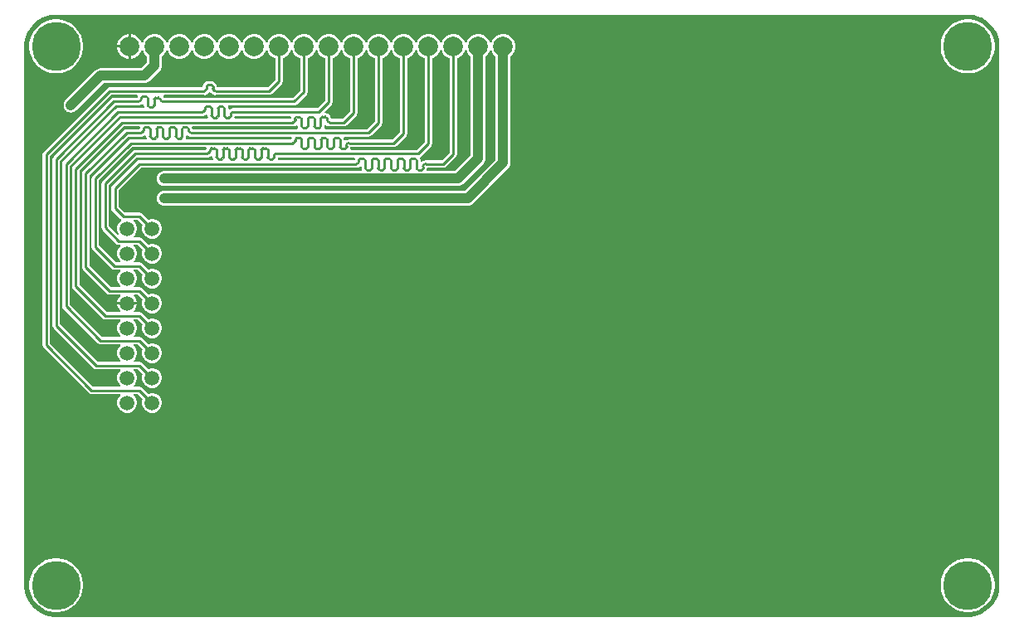
<source format=gbr>
%TF.GenerationSoftware,Altium Limited,Altium Designer,26.3.0 (6)*%
G04 Layer_Physical_Order=1*
G04 Layer_Color=10066410*
%FSLAX45Y45*%
%MOMM*%
%TF.SameCoordinates,B802E6D7-E220-4502-B456-AB3D52F6952B*%
%TF.FilePolarity,Positive*%
%TF.FileFunction,Copper,L1,Top,Signal*%
%TF.Part,Single*%
G01*
G75*
%TA.AperFunction,Conductor*%
%ADD10C,0.25400*%
%ADD11C,1.00000*%
%TA.AperFunction,ComponentPad*%
%ADD12C,1.50000*%
%ADD13C,2.00000*%
%ADD14C,5.00000*%
%TA.AperFunction,ViaPad*%
%ADD15C,1.00000*%
G36*
X4713443Y3068959D02*
X4754535Y3057949D01*
X4793836Y3041670D01*
X4830676Y3020401D01*
X4864424Y2994504D01*
X4894503Y2964425D01*
X4920400Y2930676D01*
X4941670Y2893836D01*
X4957949Y2854535D01*
X4968959Y2813443D01*
X4974512Y2771270D01*
Y2750000D01*
Y-2750000D01*
Y-2771270D01*
X4968959Y-2813443D01*
X4957949Y-2854535D01*
X4941669Y-2893837D01*
X4920400Y-2930676D01*
X4894504Y-2964424D01*
X4864425Y-2994504D01*
X4830675Y-3020401D01*
X4793836Y-3041670D01*
X4754535Y-3057949D01*
X4713443Y-3068959D01*
X4671270Y-3074512D01*
X-4671269D01*
X-4713443Y-3068959D01*
X-4754535Y-3057949D01*
X-4793837Y-3041670D01*
X-4830676Y-3020401D01*
X-4864424Y-2994504D01*
X-4894504Y-2964425D01*
X-4920401Y-2930676D01*
X-4941670Y-2893836D01*
X-4957949Y-2854535D01*
X-4968959Y-2813443D01*
X-4974512Y-2771271D01*
Y-2750000D01*
Y2750000D01*
Y2771269D01*
X-4968959Y2813443D01*
X-4957949Y2854535D01*
X-4941670Y2893837D01*
X-4920401Y2930676D01*
X-4894504Y2964424D01*
X-4864425Y2994504D01*
X-4830676Y3020401D01*
X-4793836Y3041670D01*
X-4754535Y3057949D01*
X-4713443Y3068959D01*
X-4671270Y3074512D01*
X4671270D01*
X4713443Y3068959D01*
D02*
G37*
%LPC*%
G36*
X-3912700Y2875400D02*
X-3916509D01*
X-3948402Y2866854D01*
X-3976997Y2850345D01*
X-4000345Y2826997D01*
X-4016854Y2798403D01*
X-4025400Y2766509D01*
Y2762700D01*
X-3912700D01*
Y2875400D01*
D02*
G37*
G36*
Y2737300D02*
X-4025400D01*
Y2733491D01*
X-4016854Y2701598D01*
X-4000345Y2673003D01*
X-3976997Y2649655D01*
X-3948402Y2633146D01*
X-3916509Y2624600D01*
X-3912700D01*
Y2737300D01*
D02*
G37*
G36*
X4671643Y3025000D02*
X4628357D01*
X4585604Y3018229D01*
X4544436Y3004853D01*
X4505868Y2985201D01*
X4470849Y2959758D01*
X4440242Y2929151D01*
X4414799Y2894132D01*
X4395147Y2855564D01*
X4381771Y2814396D01*
X4375000Y2771643D01*
Y2728357D01*
X4381771Y2685604D01*
X4395147Y2644437D01*
X4414799Y2605869D01*
X4440242Y2570850D01*
X4470849Y2540242D01*
X4505868Y2514799D01*
X4544436Y2495148D01*
X4585604Y2481772D01*
X4628357Y2475000D01*
X4671643D01*
X4714396Y2481772D01*
X4755563Y2495148D01*
X4794131Y2514799D01*
X4829150Y2540242D01*
X4859758Y2570850D01*
X4885201Y2605869D01*
X4904852Y2644437D01*
X4918228Y2685604D01*
X4925000Y2728357D01*
Y2771643D01*
X4918228Y2814396D01*
X4904852Y2855564D01*
X4885201Y2894132D01*
X4859758Y2929151D01*
X4829150Y2959758D01*
X4794131Y2985201D01*
X4755563Y3004853D01*
X4714396Y3018229D01*
X4671643Y3025000D01*
D02*
G37*
G36*
X-4628357D02*
X-4671643D01*
X-4714396Y3018229D01*
X-4755563Y3004853D01*
X-4794131Y2985201D01*
X-4829150Y2959758D01*
X-4859758Y2929151D01*
X-4885201Y2894132D01*
X-4904852Y2855564D01*
X-4918228Y2814396D01*
X-4925000Y2771643D01*
Y2728357D01*
X-4918228Y2685604D01*
X-4904852Y2644437D01*
X-4885201Y2605869D01*
X-4859758Y2570850D01*
X-4829150Y2540242D01*
X-4794131Y2514799D01*
X-4755563Y2495148D01*
X-4714396Y2481772D01*
X-4671643Y2475000D01*
X-4628357D01*
X-4585604Y2481772D01*
X-4544436Y2495148D01*
X-4505868Y2514799D01*
X-4470849Y2540242D01*
X-4440242Y2570850D01*
X-4414799Y2605869D01*
X-4395147Y2644437D01*
X-4381771Y2685604D01*
X-4375000Y2728357D01*
Y2771643D01*
X-4381771Y2814396D01*
X-4395147Y2855564D01*
X-4414799Y2894132D01*
X-4440242Y2929151D01*
X-4470849Y2959758D01*
X-4505868Y2985201D01*
X-4544436Y3004853D01*
X-4585604Y3018229D01*
X-4628357Y3025000D01*
D02*
G37*
G36*
X-3883491Y2875400D02*
X-3887300D01*
Y2750000D01*
Y2624600D01*
X-3883491D01*
X-3851597Y2633146D01*
X-3823003Y2649655D01*
X-3799655Y2673003D01*
X-3783146Y2701598D01*
X-3779367Y2715700D01*
X-3766219D01*
X-3762481Y2701752D01*
X-3746025Y2673248D01*
X-3722752Y2649975D01*
X-3721647Y2649337D01*
Y2585334D01*
X-3781334Y2525647D01*
X-4200000D01*
X-4219579Y2523069D01*
X-4237824Y2515512D01*
X-4253491Y2503491D01*
X-4253491Y2503490D01*
X-4553491Y2203491D01*
X-4556509Y2199556D01*
X-4560015Y2196051D01*
X-4562494Y2191757D01*
X-4565512Y2187824D01*
X-4567409Y2183244D01*
X-4569889Y2178949D01*
X-4571172Y2174159D01*
X-4573069Y2169579D01*
X-4573717Y2164663D01*
X-4575000Y2159874D01*
Y2154916D01*
X-4575647Y2150000D01*
X-4575000Y2145084D01*
Y2140126D01*
X-4573717Y2135337D01*
X-4573069Y2130421D01*
X-4571172Y2125841D01*
X-4569889Y2121051D01*
X-4567409Y2116756D01*
X-4565512Y2112176D01*
X-4562494Y2108243D01*
X-4560015Y2103949D01*
X-4556509Y2100444D01*
X-4553491Y2096509D01*
X-4549556Y2093491D01*
X-4546051Y2089985D01*
X-4541757Y2087506D01*
X-4537824Y2084488D01*
X-4533243Y2082591D01*
X-4528949Y2080111D01*
X-4524159Y2078828D01*
X-4519579Y2076931D01*
X-4514663Y2076283D01*
X-4509874Y2075000D01*
X-4504916D01*
X-4500000Y2074353D01*
X-4495084Y2075000D01*
X-4490126D01*
X-4485336Y2076283D01*
X-4480421Y2076931D01*
X-4475841Y2078828D01*
X-4471051Y2080111D01*
X-4466756Y2082591D01*
X-4462176Y2084488D01*
X-4458243Y2087506D01*
X-4453949Y2089985D01*
X-4450443Y2093491D01*
X-4446509Y2096509D01*
X-4168666Y2374353D01*
X-3750000D01*
X-3730421Y2376930D01*
X-3712176Y2384488D01*
X-3696509Y2396509D01*
X-3592510Y2500509D01*
X-3592509Y2500510D01*
X-3580488Y2516177D01*
X-3572930Y2534421D01*
X-3570353Y2554000D01*
X-3570353Y2554002D01*
Y2649337D01*
X-3569248Y2649975D01*
X-3545975Y2673248D01*
X-3529518Y2701752D01*
X-3525574Y2716473D01*
X-3512426D01*
X-3508481Y2701752D01*
X-3492025Y2673248D01*
X-3468752Y2649975D01*
X-3440248Y2633518D01*
X-3408456Y2625000D01*
X-3375543D01*
X-3343752Y2633518D01*
X-3315248Y2649975D01*
X-3291975Y2673248D01*
X-3275518Y2701752D01*
X-3271574Y2716472D01*
X-3258426D01*
X-3254481Y2701752D01*
X-3238025Y2673248D01*
X-3214752Y2649975D01*
X-3186248Y2633518D01*
X-3154456Y2625000D01*
X-3121543D01*
X-3089752Y2633518D01*
X-3061248Y2649975D01*
X-3037975Y2673248D01*
X-3021518Y2701752D01*
X-3017574Y2716472D01*
X-3004426D01*
X-3000481Y2701752D01*
X-2984025Y2673248D01*
X-2960752Y2649975D01*
X-2932248Y2633518D01*
X-2900456Y2625000D01*
X-2867543D01*
X-2835752Y2633518D01*
X-2807248Y2649975D01*
X-2783975Y2673248D01*
X-2767518Y2701752D01*
X-2763574Y2716473D01*
X-2750426D01*
X-2746481Y2701752D01*
X-2730025Y2673248D01*
X-2706752Y2649975D01*
X-2678248Y2633518D01*
X-2646456Y2625000D01*
X-2613543D01*
X-2581752Y2633518D01*
X-2553248Y2649975D01*
X-2529975Y2673248D01*
X-2513518Y2701752D01*
X-2509574Y2716473D01*
X-2496426D01*
X-2492481Y2701752D01*
X-2476025Y2673248D01*
X-2452752Y2649975D01*
X-2424248Y2633518D01*
X-2414438Y2630890D01*
Y2408384D01*
X-2491922Y2330901D01*
X-3007282D01*
X-3012191Y2341568D01*
X-3012191D01*
X-3016386Y2362657D01*
X-3028332Y2380535D01*
X-3046211Y2392481D01*
X-3067300Y2396676D01*
Y2396356D01*
X-3100000D01*
Y2396676D01*
X-3121089Y2392481D01*
X-3138968Y2380535D01*
X-3150914Y2362657D01*
X-3155109Y2341568D01*
X-3155109D01*
X-3160018Y2330901D01*
X-4107538D01*
X-4122248Y2327975D01*
X-4134718Y2319642D01*
X-4134719Y2319642D01*
X-4777180Y1677181D01*
X-4785512Y1664710D01*
X-4788439Y1650000D01*
X-4788438Y1649999D01*
Y-299999D01*
X-4788439Y-300000D01*
X-4785512Y-314710D01*
X-4777180Y-327180D01*
X-4315181Y-789180D01*
X-4315180Y-789180D01*
X-4302710Y-797513D01*
X-4288000Y-800439D01*
X-3997820D01*
X-3992559Y-813139D01*
X-4007020Y-827599D01*
X-4020185Y-850402D01*
X-4027000Y-875835D01*
Y-902165D01*
X-4020185Y-927598D01*
X-4007020Y-950401D01*
X-3988401Y-969020D01*
X-3965598Y-982185D01*
X-3940165Y-989000D01*
X-3913835D01*
X-3888402Y-982185D01*
X-3865599Y-969020D01*
X-3846980Y-950401D01*
X-3833815Y-927598D01*
X-3827000Y-902165D01*
Y-875835D01*
X-3833815Y-850402D01*
X-3846980Y-827599D01*
X-3861441Y-813139D01*
X-3856180Y-800439D01*
X-3815922D01*
X-3766102Y-850258D01*
X-3766185Y-850402D01*
X-3773000Y-875835D01*
Y-902165D01*
X-3766185Y-927598D01*
X-3753020Y-950401D01*
X-3734401Y-969020D01*
X-3711598Y-982185D01*
X-3686165Y-989000D01*
X-3659835D01*
X-3634402Y-982185D01*
X-3611599Y-969020D01*
X-3592980Y-950401D01*
X-3579815Y-927598D01*
X-3573000Y-902165D01*
Y-875835D01*
X-3579815Y-850402D01*
X-3592980Y-827599D01*
X-3611599Y-808980D01*
X-3634402Y-795815D01*
X-3659835Y-789000D01*
X-3686165D01*
X-3711598Y-795815D01*
X-3711742Y-795898D01*
X-3772820Y-734820D01*
X-3785290Y-726487D01*
X-3800000Y-723561D01*
X-3800001Y-723561D01*
X-3856180D01*
X-3861441Y-710861D01*
X-3846980Y-696401D01*
X-3833815Y-673598D01*
X-3827000Y-648165D01*
Y-621835D01*
X-3833815Y-596402D01*
X-3846980Y-573599D01*
X-3861441Y-559139D01*
X-3856180Y-546439D01*
X-3815922D01*
X-3766102Y-596258D01*
X-3766185Y-596402D01*
X-3773000Y-621835D01*
Y-648165D01*
X-3766185Y-673598D01*
X-3753020Y-696401D01*
X-3734401Y-715020D01*
X-3711598Y-728185D01*
X-3686165Y-735000D01*
X-3659835D01*
X-3634402Y-728185D01*
X-3611599Y-715020D01*
X-3592980Y-696401D01*
X-3579815Y-673598D01*
X-3573000Y-648165D01*
Y-621835D01*
X-3579815Y-596402D01*
X-3592980Y-573599D01*
X-3611599Y-554980D01*
X-3634402Y-541815D01*
X-3659835Y-535000D01*
X-3686165D01*
X-3711598Y-541815D01*
X-3711742Y-541898D01*
X-3772820Y-480820D01*
X-3785290Y-472487D01*
X-3800000Y-469561D01*
X-3800001Y-469561D01*
X-3856180D01*
X-3861441Y-456861D01*
X-3846980Y-442401D01*
X-3833815Y-419598D01*
X-3827000Y-394165D01*
Y-367835D01*
X-3833815Y-342402D01*
X-3846980Y-319599D01*
X-3861441Y-305139D01*
X-3856180Y-292439D01*
X-3815922D01*
X-3766102Y-342258D01*
X-3766185Y-342402D01*
X-3773000Y-367835D01*
Y-394165D01*
X-3766185Y-419598D01*
X-3753020Y-442401D01*
X-3734401Y-461020D01*
X-3711598Y-474185D01*
X-3686165Y-481000D01*
X-3659835D01*
X-3634402Y-474185D01*
X-3611599Y-461020D01*
X-3592980Y-442401D01*
X-3579815Y-419598D01*
X-3573000Y-394165D01*
Y-367835D01*
X-3579815Y-342402D01*
X-3592980Y-319599D01*
X-3611599Y-300980D01*
X-3634402Y-287815D01*
X-3659835Y-281000D01*
X-3686165D01*
X-3711598Y-287815D01*
X-3711742Y-287898D01*
X-3772820Y-226820D01*
X-3785290Y-218487D01*
X-3800000Y-215561D01*
X-3800001Y-215561D01*
X-3856180D01*
X-3861441Y-202861D01*
X-3846980Y-188401D01*
X-3833815Y-165598D01*
X-3827000Y-140165D01*
Y-113835D01*
X-3833815Y-88402D01*
X-3846980Y-65599D01*
X-3861441Y-51139D01*
X-3856180Y-38439D01*
X-3815922D01*
X-3766102Y-88258D01*
X-3766185Y-88402D01*
X-3773000Y-113835D01*
Y-140165D01*
X-3766185Y-165598D01*
X-3753020Y-188401D01*
X-3734401Y-207020D01*
X-3711598Y-220185D01*
X-3686165Y-227000D01*
X-3659835D01*
X-3634402Y-220185D01*
X-3611599Y-207020D01*
X-3592980Y-188401D01*
X-3579815Y-165598D01*
X-3573000Y-140165D01*
Y-113835D01*
X-3579815Y-88402D01*
X-3592980Y-65599D01*
X-3611599Y-46980D01*
X-3634402Y-33815D01*
X-3659835Y-27000D01*
X-3686165D01*
X-3711598Y-33815D01*
X-3711742Y-33898D01*
X-3772820Y27180D01*
X-3785290Y35513D01*
X-3800000Y38439D01*
X-3800001Y38439D01*
X-3855614D01*
X-3860874Y51139D01*
X-3846660Y65353D01*
X-3833442Y88247D01*
X-3826600Y113782D01*
Y114301D01*
X-3927000D01*
X-4027400D01*
Y113782D01*
X-4020558Y88247D01*
X-4007340Y65353D01*
X-3993126Y51139D01*
X-3998386Y38439D01*
X-4134078D01*
X-4411561Y315922D01*
Y1484078D01*
X-3959815Y1935825D01*
X-3801649D01*
X-3793453Y1923125D01*
X-3796558Y1907514D01*
X-3808895Y1906637D01*
X-3931801D01*
X-3931802Y1906637D01*
X-3946512Y1903710D01*
X-3958982Y1895378D01*
X-4377180Y1477180D01*
X-4385512Y1464710D01*
X-4388439Y1450000D01*
X-4388439Y1449999D01*
Y500002D01*
X-4388439Y500000D01*
X-4385512Y485290D01*
X-4377180Y472820D01*
X-4131180Y226820D01*
X-4118710Y218487D01*
X-4104000Y215561D01*
X-4103998Y215561D01*
X-3998386D01*
X-3993126Y202861D01*
X-4007340Y188647D01*
X-4020558Y165753D01*
X-4027400Y140218D01*
Y139701D01*
X-3927000D01*
X-3826600D01*
Y140218D01*
X-3833442Y165753D01*
X-3846660Y188647D01*
X-3860874Y202861D01*
X-3855614Y215561D01*
X-3815922D01*
X-3766102Y165742D01*
X-3766185Y165598D01*
X-3773000Y140165D01*
Y113835D01*
X-3766185Y88402D01*
X-3753020Y65599D01*
X-3734401Y46980D01*
X-3711598Y33815D01*
X-3686165Y27000D01*
X-3659835D01*
X-3634402Y33815D01*
X-3611599Y46980D01*
X-3592980Y65599D01*
X-3579815Y88402D01*
X-3573000Y113835D01*
Y140165D01*
X-3579815Y165598D01*
X-3592980Y188401D01*
X-3611599Y207020D01*
X-3634402Y220185D01*
X-3659835Y227000D01*
X-3686165D01*
X-3711598Y220185D01*
X-3711742Y220102D01*
X-3772820Y281180D01*
X-3785290Y289513D01*
X-3800000Y292439D01*
X-3800001Y292439D01*
X-3856180D01*
X-3861441Y305139D01*
X-3846980Y319599D01*
X-3833815Y342402D01*
X-3827000Y367835D01*
Y394165D01*
X-3833815Y419598D01*
X-3846980Y442401D01*
X-3861441Y456861D01*
X-3856180Y469561D01*
X-3815922D01*
X-3766102Y419742D01*
X-3766185Y419598D01*
X-3773000Y394165D01*
Y367835D01*
X-3766185Y342402D01*
X-3753020Y319599D01*
X-3734401Y300980D01*
X-3711598Y287815D01*
X-3686165Y281000D01*
X-3659835D01*
X-3634402Y287815D01*
X-3611599Y300980D01*
X-3592980Y319599D01*
X-3579815Y342402D01*
X-3573000Y367835D01*
Y394165D01*
X-3579815Y419598D01*
X-3592980Y442401D01*
X-3611599Y461020D01*
X-3634402Y474185D01*
X-3659835Y481000D01*
X-3686165D01*
X-3711598Y474185D01*
X-3711742Y474102D01*
X-3772820Y535180D01*
X-3785290Y543513D01*
X-3800000Y546439D01*
X-3800001Y546439D01*
X-3856180D01*
X-3861441Y559139D01*
X-3846980Y573599D01*
X-3833815Y596402D01*
X-3827000Y621835D01*
Y648165D01*
X-3833815Y673598D01*
X-3846980Y696401D01*
X-3861441Y710861D01*
X-3856180Y723561D01*
X-3815922D01*
X-3766102Y673742D01*
X-3766185Y673598D01*
X-3773000Y648165D01*
Y621835D01*
X-3766185Y596402D01*
X-3753020Y573599D01*
X-3734401Y554980D01*
X-3711598Y541815D01*
X-3686165Y535000D01*
X-3659835D01*
X-3634402Y541815D01*
X-3611599Y554980D01*
X-3592980Y573599D01*
X-3579815Y596402D01*
X-3573000Y621835D01*
Y648165D01*
X-3579815Y673598D01*
X-3592980Y696401D01*
X-3611599Y715020D01*
X-3634402Y728185D01*
X-3659835Y735000D01*
X-3686165D01*
X-3711598Y728185D01*
X-3711742Y728102D01*
X-3772820Y789180D01*
X-3785290Y797513D01*
X-3800000Y800439D01*
X-3800001Y800439D01*
X-3856180D01*
X-3861441Y813139D01*
X-3846980Y827599D01*
X-3833815Y850402D01*
X-3827000Y875835D01*
Y902165D01*
X-3833815Y927598D01*
X-3846980Y950401D01*
X-3861441Y964861D01*
X-3856180Y977561D01*
X-3815922D01*
X-3766102Y927742D01*
X-3766185Y927598D01*
X-3773000Y902165D01*
Y875835D01*
X-3766185Y850402D01*
X-3753020Y827599D01*
X-3734401Y808980D01*
X-3711598Y795815D01*
X-3686165Y789000D01*
X-3659835D01*
X-3634402Y795815D01*
X-3611599Y808980D01*
X-3592980Y827599D01*
X-3579815Y850402D01*
X-3573000Y875835D01*
Y902165D01*
X-3579815Y927598D01*
X-3592980Y950401D01*
X-3611599Y969020D01*
X-3634402Y982185D01*
X-3659835Y989000D01*
X-3686165D01*
X-3711598Y982185D01*
X-3711742Y982102D01*
X-3772820Y1043180D01*
X-3785290Y1051513D01*
X-3800000Y1054439D01*
X-3800001Y1054439D01*
X-3950078D01*
X-4011561Y1115922D01*
Y1284078D01*
X-3784078Y1511561D01*
X-1587000D01*
Y1511064D01*
X-1562379Y1515961D01*
X-1547338Y1526011D01*
X-1534638Y1519223D01*
Y1504050D01*
X-1534959D01*
X-1531835Y1488347D01*
X-1539989Y1475647D01*
X-3550000D01*
X-3554916Y1475000D01*
X-3559874D01*
X-3564663Y1473717D01*
X-3569579Y1473069D01*
X-3574159Y1471172D01*
X-3578949Y1469889D01*
X-3583244Y1467409D01*
X-3587823Y1465512D01*
X-3591756Y1462494D01*
X-3596051Y1460015D01*
X-3599557Y1456509D01*
X-3603491Y1453491D01*
X-3606509Y1449556D01*
X-3610015Y1446051D01*
X-3612494Y1441757D01*
X-3615512Y1437824D01*
X-3617409Y1433244D01*
X-3619889Y1428949D01*
X-3621172Y1424159D01*
X-3623069Y1419579D01*
X-3623717Y1414663D01*
X-3625000Y1409874D01*
Y1404916D01*
X-3625647Y1400000D01*
X-3625000Y1395084D01*
Y1390126D01*
X-3623717Y1385337D01*
X-3623069Y1380421D01*
X-3621172Y1375841D01*
X-3619889Y1371051D01*
X-3617409Y1366756D01*
X-3615512Y1362176D01*
X-3612494Y1358243D01*
X-3610015Y1353949D01*
X-3606509Y1350444D01*
X-3603491Y1346509D01*
X-3599557Y1343491D01*
X-3596051Y1339985D01*
X-3591756Y1337506D01*
X-3587823Y1334488D01*
X-3583244Y1332591D01*
X-3578949Y1330111D01*
X-3574159Y1328828D01*
X-3569579Y1326931D01*
X-3564663Y1326283D01*
X-3559874Y1325000D01*
X-3554916D01*
X-3550000Y1324353D01*
X-550000D01*
X-530421Y1326931D01*
X-512176Y1334488D01*
X-496509Y1346509D01*
X-290509Y1552509D01*
X-278488Y1568176D01*
X-270930Y1586421D01*
X-268353Y1606000D01*
Y2649337D01*
X-267248Y2649975D01*
X-243975Y2673248D01*
X-227518Y2701752D01*
X-223574Y2716473D01*
X-210426D01*
X-206481Y2701752D01*
X-190025Y2673248D01*
X-166752Y2649975D01*
X-165647Y2649337D01*
Y1591334D01*
X-481334Y1275647D01*
X-3550000D01*
X-3554916Y1275000D01*
X-3559874D01*
X-3564663Y1273717D01*
X-3569579Y1273069D01*
X-3574159Y1271172D01*
X-3578949Y1269889D01*
X-3583244Y1267409D01*
X-3587823Y1265512D01*
X-3591756Y1262494D01*
X-3596051Y1260015D01*
X-3599557Y1256509D01*
X-3603491Y1253491D01*
X-3606509Y1249556D01*
X-3610015Y1246051D01*
X-3612494Y1241757D01*
X-3615512Y1237824D01*
X-3617409Y1233243D01*
X-3619889Y1228949D01*
X-3621172Y1224159D01*
X-3623069Y1219579D01*
X-3623717Y1214663D01*
X-3625000Y1209874D01*
Y1204916D01*
X-3625647Y1200000D01*
X-3625000Y1195084D01*
Y1190126D01*
X-3623717Y1185336D01*
X-3623069Y1180421D01*
X-3621172Y1175841D01*
X-3619889Y1171051D01*
X-3617409Y1166756D01*
X-3615512Y1162176D01*
X-3612494Y1158243D01*
X-3610015Y1153949D01*
X-3606509Y1150443D01*
X-3603491Y1146509D01*
X-3599557Y1143491D01*
X-3596051Y1139985D01*
X-3591756Y1137505D01*
X-3587823Y1134488D01*
X-3583244Y1132591D01*
X-3578949Y1130111D01*
X-3574159Y1128828D01*
X-3569579Y1126930D01*
X-3564663Y1126283D01*
X-3559874Y1125000D01*
X-3554916D01*
X-3550000Y1124353D01*
X-450000D01*
X-430421Y1126930D01*
X-412176Y1134488D01*
X-396509Y1146509D01*
X-36509Y1506510D01*
X-24488Y1522177D01*
X-16930Y1540421D01*
X-14353Y1560000D01*
X-14353Y1560002D01*
Y2649337D01*
X-13248Y2649975D01*
X10025Y2673248D01*
X26482Y2701752D01*
X35000Y2733543D01*
Y2766457D01*
X26482Y2798248D01*
X10025Y2826752D01*
X-13248Y2850025D01*
X-41752Y2866482D01*
X-73543Y2875000D01*
X-106456D01*
X-138248Y2866482D01*
X-166752Y2850025D01*
X-190025Y2826752D01*
X-206481Y2798248D01*
X-210426Y2783528D01*
X-223574D01*
X-227518Y2798248D01*
X-243975Y2826752D01*
X-267248Y2850025D01*
X-295752Y2866482D01*
X-327543Y2875000D01*
X-360456D01*
X-392248Y2866482D01*
X-420752Y2850025D01*
X-444025Y2826752D01*
X-460481Y2798248D01*
X-464426Y2783528D01*
X-477574D01*
X-481518Y2798248D01*
X-497975Y2826752D01*
X-521248Y2850025D01*
X-549752Y2866482D01*
X-581543Y2875000D01*
X-614456D01*
X-646248Y2866482D01*
X-674752Y2850025D01*
X-698025Y2826752D01*
X-714481Y2798248D01*
X-718426Y2783528D01*
X-731574D01*
X-735518Y2798248D01*
X-751975Y2826752D01*
X-775248Y2850025D01*
X-803752Y2866481D01*
X-835543Y2875000D01*
X-868456D01*
X-900248Y2866481D01*
X-928752Y2850025D01*
X-952025Y2826752D01*
X-968481Y2798248D01*
X-972426Y2783528D01*
X-985574D01*
X-989518Y2798248D01*
X-1005975Y2826752D01*
X-1029248Y2850025D01*
X-1057752Y2866482D01*
X-1089543Y2875000D01*
X-1122456D01*
X-1154248Y2866482D01*
X-1182752Y2850025D01*
X-1206025Y2826752D01*
X-1222481Y2798248D01*
X-1226426Y2783528D01*
X-1239574D01*
X-1243518Y2798248D01*
X-1259975Y2826752D01*
X-1283248Y2850025D01*
X-1311752Y2866482D01*
X-1343543Y2875000D01*
X-1376456D01*
X-1408248Y2866482D01*
X-1436752Y2850025D01*
X-1460025Y2826752D01*
X-1476481Y2798248D01*
X-1480426Y2783528D01*
X-1493574D01*
X-1497518Y2798248D01*
X-1513975Y2826752D01*
X-1537248Y2850025D01*
X-1565752Y2866482D01*
X-1597543Y2875000D01*
X-1630456D01*
X-1662248Y2866482D01*
X-1690752Y2850025D01*
X-1714025Y2826752D01*
X-1730481Y2798248D01*
X-1734426Y2783527D01*
X-1747574D01*
X-1751518Y2798248D01*
X-1767975Y2826752D01*
X-1791248Y2850025D01*
X-1819752Y2866482D01*
X-1851543Y2875000D01*
X-1884457D01*
X-1916248Y2866482D01*
X-1944752Y2850025D01*
X-1968025Y2826752D01*
X-1984482Y2798248D01*
X-1988426Y2783529D01*
X-2001574D01*
X-2005518Y2798248D01*
X-2021975Y2826752D01*
X-2045248Y2850025D01*
X-2073751Y2866482D01*
X-2105543Y2875000D01*
X-2138456D01*
X-2170248Y2866482D01*
X-2198752Y2850025D01*
X-2222025Y2826752D01*
X-2238481Y2798248D01*
X-2242426Y2783527D01*
X-2255574D01*
X-2259518Y2798248D01*
X-2275975Y2826752D01*
X-2299248Y2850025D01*
X-2327752Y2866482D01*
X-2359543Y2875000D01*
X-2392456D01*
X-2424248Y2866482D01*
X-2452752Y2850025D01*
X-2476025Y2826752D01*
X-2492481Y2798248D01*
X-2496426Y2783528D01*
X-2509574D01*
X-2513518Y2798248D01*
X-2529975Y2826752D01*
X-2553248Y2850025D01*
X-2581752Y2866482D01*
X-2613543Y2875000D01*
X-2646456D01*
X-2678248Y2866482D01*
X-2706752Y2850025D01*
X-2730025Y2826752D01*
X-2746481Y2798248D01*
X-2750426Y2783528D01*
X-2763574D01*
X-2767518Y2798248D01*
X-2783975Y2826752D01*
X-2807248Y2850025D01*
X-2835752Y2866482D01*
X-2867543Y2875000D01*
X-2900456D01*
X-2932248Y2866482D01*
X-2960752Y2850025D01*
X-2984025Y2826752D01*
X-3000481Y2798248D01*
X-3004426Y2783528D01*
X-3017574D01*
X-3021518Y2798248D01*
X-3037975Y2826752D01*
X-3061248Y2850025D01*
X-3089752Y2866481D01*
X-3121543Y2875000D01*
X-3154456D01*
X-3186248Y2866481D01*
X-3214752Y2850025D01*
X-3238025Y2826752D01*
X-3254481Y2798248D01*
X-3258426Y2783528D01*
X-3271574D01*
X-3275518Y2798248D01*
X-3291975Y2826752D01*
X-3315248Y2850025D01*
X-3343752Y2866482D01*
X-3375543Y2875000D01*
X-3408456D01*
X-3440248Y2866482D01*
X-3468752Y2850025D01*
X-3492025Y2826752D01*
X-3508481Y2798248D01*
X-3512426Y2783528D01*
X-3525574D01*
X-3529518Y2798248D01*
X-3545975Y2826752D01*
X-3569248Y2850025D01*
X-3597752Y2866482D01*
X-3629543Y2875000D01*
X-3662456D01*
X-3694248Y2866482D01*
X-3722752Y2850025D01*
X-3746025Y2826752D01*
X-3762481Y2798248D01*
X-3766219Y2784300D01*
X-3779367D01*
X-3783146Y2798403D01*
X-3799655Y2826997D01*
X-3823003Y2850345D01*
X-3851597Y2866854D01*
X-3883491Y2875400D01*
D02*
G37*
G36*
X4671643Y-2475000D02*
X4628357D01*
X4585604Y-2481771D01*
X4544437Y-2495147D01*
X4505869Y-2514799D01*
X4470850Y-2540242D01*
X4440242Y-2570849D01*
X4414799Y-2605868D01*
X4395148Y-2644436D01*
X4381772Y-2685604D01*
X4375000Y-2728357D01*
Y-2771643D01*
X4381772Y-2814396D01*
X4395148Y-2855563D01*
X4414799Y-2894131D01*
X4440242Y-2929150D01*
X4470850Y-2959758D01*
X4505869Y-2985201D01*
X4544437Y-3004852D01*
X4585604Y-3018228D01*
X4628357Y-3025000D01*
X4671643D01*
X4714396Y-3018228D01*
X4755564Y-3004852D01*
X4794132Y-2985201D01*
X4829151Y-2959758D01*
X4859758Y-2929150D01*
X4885201Y-2894131D01*
X4904853Y-2855563D01*
X4918229Y-2814396D01*
X4925000Y-2771643D01*
Y-2728357D01*
X4918229Y-2685604D01*
X4904853Y-2644436D01*
X4885201Y-2605868D01*
X4859758Y-2570849D01*
X4829151Y-2540242D01*
X4794132Y-2514799D01*
X4755564Y-2495147D01*
X4714396Y-2481771D01*
X4671643Y-2475000D01*
D02*
G37*
G36*
X-4628357D02*
X-4671643D01*
X-4714396Y-2481771D01*
X-4755563Y-2495147D01*
X-4794131Y-2514799D01*
X-4829150Y-2540242D01*
X-4859758Y-2570849D01*
X-4885201Y-2605868D01*
X-4904852Y-2644436D01*
X-4918228Y-2685604D01*
X-4925000Y-2728357D01*
Y-2771643D01*
X-4918228Y-2814396D01*
X-4904852Y-2855563D01*
X-4885201Y-2894131D01*
X-4859758Y-2929150D01*
X-4829150Y-2959758D01*
X-4794131Y-2985201D01*
X-4755563Y-3004852D01*
X-4714396Y-3018228D01*
X-4671643Y-3025000D01*
X-4628357D01*
X-4585604Y-3018228D01*
X-4544436Y-3004852D01*
X-4505868Y-2985201D01*
X-4470849Y-2959758D01*
X-4440242Y-2929150D01*
X-4414799Y-2894131D01*
X-4395147Y-2855563D01*
X-4381771Y-2814396D01*
X-4375000Y-2771643D01*
Y-2728357D01*
X-4381771Y-2685604D01*
X-4395147Y-2644436D01*
X-4414799Y-2605868D01*
X-4440242Y-2570849D01*
X-4470849Y-2540242D01*
X-4505868Y-2514799D01*
X-4544436Y-2495147D01*
X-4585604Y-2481771D01*
X-4628357Y-2475000D01*
D02*
G37*
%LPD*%
G36*
X-2238481Y2701752D02*
X-2222025Y2673248D01*
X-2198752Y2649975D01*
X-2170248Y2633518D01*
X-2160438Y2630890D01*
Y2302318D01*
X-2237922Y2224835D01*
X-3550334D01*
X-3551936Y2232888D01*
X-3557573Y2241323D01*
X-3550784Y2254023D01*
X-3141750D01*
Y2253526D01*
X-3117129Y2258423D01*
X-3096257Y2272370D01*
X-3090000Y2281734D01*
X-3077300D01*
X-3071042Y2272370D01*
X-3050170Y2258423D01*
X-3025550Y2253526D01*
Y2254023D01*
X-2476001D01*
X-2476000Y2254023D01*
X-2461290Y2256950D01*
X-2448820Y2265282D01*
X-2348820Y2365281D01*
X-2348820Y2365282D01*
X-2340487Y2377752D01*
X-2337561Y2392462D01*
Y2630890D01*
X-2327752Y2633518D01*
X-2299248Y2649975D01*
X-2275975Y2673248D01*
X-2259518Y2701752D01*
X-2255574Y2716473D01*
X-2242426D01*
X-2238481Y2701752D01*
D02*
G37*
G36*
X-1984482D02*
X-1968025Y2673248D01*
X-1944752Y2649975D01*
X-1916248Y2633518D01*
X-1906439Y2630890D01*
Y2196252D01*
X-1983922Y2118768D01*
X-2843800D01*
Y2119266D01*
X-2868421Y2114369D01*
X-2879952Y2106664D01*
X-2892737Y2111557D01*
X-2895841Y2119646D01*
X-2895841D01*
X-2898946Y2135257D01*
X-2890750Y2147957D01*
X-2222001D01*
X-2222000Y2147957D01*
X-2207290Y2150883D01*
X-2194819Y2159216D01*
X-2094820Y2259215D01*
X-2094819Y2259216D01*
X-2086487Y2271686D01*
X-2083561Y2286396D01*
Y2630890D01*
X-2073751Y2633518D01*
X-2045248Y2649975D01*
X-2021975Y2673248D01*
X-2005518Y2701752D01*
X-2001574Y2716472D01*
X-1988426D01*
X-1984482Y2701752D01*
D02*
G37*
G36*
X-3759358Y2154879D02*
X-3756059Y2147791D01*
X-3756059D01*
X-3752812Y2131469D01*
X-3760675Y2118768D01*
X-4019669D01*
X-4019670Y2118769D01*
X-4034380Y2115842D01*
X-4046850Y2107510D01*
X-4577180Y1577180D01*
X-4585513Y1564710D01*
X-4588439Y1550000D01*
X-4588439Y1549999D01*
Y100001D01*
X-4588439Y100000D01*
X-4585513Y85290D01*
X-4577180Y72820D01*
X-4223181Y-281180D01*
X-4223180Y-281180D01*
X-4210710Y-289513D01*
X-4196000Y-292439D01*
X-4195999Y-292439D01*
X-3997820D01*
X-3992559Y-305139D01*
X-4007020Y-319599D01*
X-4020185Y-342402D01*
X-4027000Y-367835D01*
Y-394165D01*
X-4020185Y-419598D01*
X-4007020Y-442401D01*
X-3992559Y-456861D01*
X-3997820Y-469561D01*
X-4226078D01*
X-4611562Y-84078D01*
Y1584078D01*
X-4047682Y2147957D01*
X-3808100D01*
Y2147460D01*
X-3783480Y2152357D01*
X-3772804Y2159491D01*
X-3759358Y2154879D01*
D02*
G37*
G36*
X-3107264Y2049103D02*
X-3104159Y2041013D01*
X-3104159D01*
X-3101054Y2025403D01*
X-3109250Y2012702D01*
X-3975736D01*
X-3990446Y2009776D01*
X-4002917Y2001444D01*
X-4002917Y2001443D01*
X-4477180Y1527180D01*
X-4485512Y1514710D01*
X-4488439Y1500000D01*
X-4488439Y1499999D01*
Y300001D01*
X-4488439Y300000D01*
X-4485512Y285290D01*
X-4477180Y272820D01*
X-4177180Y-27180D01*
X-4164710Y-35513D01*
X-4150000Y-38439D01*
X-4149999Y-38439D01*
X-3997820D01*
X-3992559Y-51139D01*
X-4007020Y-65599D01*
X-4020185Y-88402D01*
X-4027000Y-113835D01*
Y-140165D01*
X-4020185Y-165598D01*
X-4007020Y-188401D01*
X-3992559Y-202861D01*
X-3997820Y-215561D01*
X-4180078D01*
X-4511561Y115922D01*
Y1534078D01*
X-4003748Y2041891D01*
X-3156200D01*
Y2041394D01*
X-3131579Y2046291D01*
X-3120049Y2053996D01*
X-3107264Y2049103D01*
D02*
G37*
G36*
X-1730481Y2701752D02*
X-1714025Y2673248D01*
X-1690752Y2649975D01*
X-1662248Y2633518D01*
X-1652438Y2630890D01*
Y2090186D01*
X-1729922Y2012702D01*
X-1835685D01*
X-1846791Y2016552D01*
X-1850986Y2037641D01*
X-1862932Y2055519D01*
X-1880811Y2067466D01*
X-1901900Y2071660D01*
X-1910034Y2080992D01*
X-1910896Y2083073D01*
X-1840821Y2153149D01*
X-1840820Y2153150D01*
X-1832488Y2165620D01*
X-1829561Y2180330D01*
Y2630890D01*
X-1819752Y2633518D01*
X-1791248Y2649975D01*
X-1767975Y2673248D01*
X-1751518Y2701752D01*
X-1747574Y2716473D01*
X-1734426D01*
X-1730481Y2701752D01*
D02*
G37*
G36*
X-2248204Y2029191D02*
X-2251309Y2013580D01*
X-2263645Y2012702D01*
X-2825350D01*
X-2833547Y2025403D01*
X-2830441Y2041013D01*
X-2818105Y2041891D01*
X-2256400D01*
X-2248204Y2029191D01*
D02*
G37*
G36*
X-1476481Y2701752D02*
X-1460025Y2673248D01*
X-1436752Y2649975D01*
X-1408248Y2633518D01*
X-1398438Y2630890D01*
Y1984120D01*
X-1475922Y1906637D01*
X-1907100D01*
X-1915296Y1919337D01*
X-1912191Y1934948D01*
X-1912191D01*
X-1909087Y1943037D01*
X-1896301Y1947930D01*
X-1884771Y1940225D01*
X-1860150Y1935328D01*
Y1935825D01*
X-1714001D01*
X-1714000Y1935825D01*
X-1699290Y1938751D01*
X-1686820Y1947083D01*
X-1586820Y2047083D01*
X-1586820Y2047084D01*
X-1578487Y2059554D01*
X-1575561Y2074264D01*
Y2630890D01*
X-1565752Y2633518D01*
X-1537248Y2649975D01*
X-1513975Y2673248D01*
X-1497518Y2701752D01*
X-1493574Y2716473D01*
X-1480426D01*
X-1476481Y2701752D01*
D02*
G37*
G36*
X-2189013Y1943037D02*
X-2185909Y1934948D01*
X-2185909D01*
X-2182804Y1919337D01*
X-2191000Y1906637D01*
X-3248904D01*
X-3261241Y1907514D01*
X-3264346Y1923125D01*
X-3256150Y1935825D01*
X-2237950D01*
Y1935328D01*
X-2213329Y1940225D01*
X-2201799Y1947930D01*
X-2189013Y1943037D01*
D02*
G37*
G36*
X-1222481Y2701752D02*
X-1206025Y2673248D01*
X-1182752Y2649975D01*
X-1154248Y2633518D01*
X-1144438Y2630890D01*
Y1878054D01*
X-1221922Y1800570D01*
X-1663000D01*
Y1801068D01*
X-1687621Y1796171D01*
X-1699152Y1788466D01*
X-1711937Y1793359D01*
X-1715041Y1801448D01*
X-1715041D01*
X-1718146Y1817059D01*
X-1709950Y1829759D01*
X-1460001D01*
X-1460000Y1829759D01*
X-1445290Y1832685D01*
X-1432820Y1841018D01*
X-1332820Y1941017D01*
X-1332820Y1941018D01*
X-1324487Y1953488D01*
X-1321561Y1968198D01*
Y2630890D01*
X-1311752Y2633518D01*
X-1283248Y2649975D01*
X-1259975Y2673248D01*
X-1243518Y2701752D01*
X-1239574Y2716473D01*
X-1226426D01*
X-1222481Y2701752D01*
D02*
G37*
G36*
X-3734263Y1836971D02*
X-3731159Y1828882D01*
X-3731158D01*
X-3728053Y1813271D01*
X-3736250Y1800570D01*
X-3887868D01*
X-3902578Y1797644D01*
X-3915049Y1789312D01*
X-3915049Y1789311D01*
X-4277180Y1427181D01*
X-4285512Y1414710D01*
X-4288439Y1400000D01*
X-4288438Y1399999D01*
Y700002D01*
X-4288439Y700000D01*
X-4285512Y685290D01*
X-4277180Y672820D01*
X-4085180Y480820D01*
X-4072709Y472487D01*
X-4058000Y469561D01*
X-4057998Y469561D01*
X-3997820D01*
X-3992559Y456861D01*
X-4007020Y442401D01*
X-4020185Y419598D01*
X-4027000Y394165D01*
Y367835D01*
X-4020185Y342402D01*
X-4007020Y319599D01*
X-3992559Y305139D01*
X-3997820Y292439D01*
X-4088078D01*
X-4311561Y515922D01*
Y1434078D01*
X-3915880Y1829759D01*
X-3783199D01*
Y1829262D01*
X-3758579Y1834159D01*
X-3747048Y1841864D01*
X-3734263Y1836971D01*
D02*
G37*
G36*
X-3299220Y1834159D02*
X-3274600Y1829262D01*
Y1829759D01*
X-2255450D01*
X-2247253Y1817059D01*
X-2250358Y1801448D01*
X-2262695Y1800570D01*
X-3321550D01*
X-3329746Y1813271D01*
X-3326641Y1828882D01*
X-3326641D01*
X-3323536Y1836971D01*
X-3310751Y1841864D01*
X-3299220Y1834159D01*
D02*
G37*
G36*
X-968481Y2701752D02*
X-952025Y2673248D01*
X-928752Y2649975D01*
X-900248Y2633518D01*
X-890438Y2630890D01*
Y1771988D01*
X-967922Y1694504D01*
X-1644550D01*
X-1652747Y1707205D01*
X-1649641Y1722815D01*
X-1637305Y1723693D01*
X-1206001D01*
X-1206000Y1723693D01*
X-1191290Y1726619D01*
X-1178820Y1734952D01*
X-1078820Y1834951D01*
X-1078820Y1834952D01*
X-1070487Y1847422D01*
X-1067561Y1862132D01*
Y2630890D01*
X-1057752Y2633518D01*
X-1029248Y2649975D01*
X-1005975Y2673248D01*
X-989518Y2701752D01*
X-985574Y2716472D01*
X-972426D01*
X-968481Y2701752D01*
D02*
G37*
G36*
X-3116454Y1710993D02*
X-3119559Y1695382D01*
X-3131895Y1694504D01*
X-3843933D01*
X-3843934Y1694505D01*
X-3858644Y1691579D01*
X-3871114Y1683246D01*
X-3871115Y1683245D01*
X-4177180Y1377180D01*
X-4185513Y1364710D01*
X-4188439Y1350000D01*
X-4188439Y1349999D01*
Y900002D01*
X-4188439Y900001D01*
X-4185513Y885291D01*
X-4177180Y872820D01*
X-4039180Y734820D01*
X-4039180Y734820D01*
X-4026709Y726487D01*
X-4011999Y723561D01*
X-3997820D01*
X-3992559Y710861D01*
X-4007020Y696401D01*
X-4020185Y673598D01*
X-4027000Y648165D01*
Y621835D01*
X-4020185Y596402D01*
X-4007020Y573599D01*
X-3992559Y559139D01*
X-3997820Y546439D01*
X-4042078D01*
X-4211561Y715922D01*
Y1384078D01*
X-3871947Y1723693D01*
X-3124650D01*
X-3116454Y1710993D01*
D02*
G37*
G36*
X-3057263Y1624839D02*
X-3054159Y1616750D01*
X-3054159D01*
X-3051054Y1601139D01*
X-3059250Y1588439D01*
X-3800000D01*
X-3814710Y1585512D01*
X-3827181Y1577180D01*
X-4077180Y1327180D01*
X-4085513Y1314710D01*
X-4088439Y1300000D01*
X-4088439Y1299999D01*
Y1100001D01*
X-4088439Y1100000D01*
X-4085513Y1085290D01*
X-4077180Y1072820D01*
X-3993181Y988820D01*
X-3993180Y988820D01*
X-3986842Y984585D01*
X-3987068Y969789D01*
X-3988401Y969020D01*
X-4007020Y950401D01*
X-4020185Y927598D01*
X-4027000Y902165D01*
Y875835D01*
X-4020185Y850402D01*
X-4009400Y831721D01*
X-4019562Y823924D01*
X-4111561Y915923D01*
Y1334078D01*
X-3828012Y1617627D01*
X-3106200D01*
Y1617130D01*
X-3081579Y1622027D01*
X-3070049Y1629732D01*
X-3057263Y1624839D01*
D02*
G37*
G36*
X-714481Y2701752D02*
X-698025Y2673248D01*
X-674752Y2649975D01*
X-646248Y2633518D01*
X-636438Y2630890D01*
Y1665922D01*
X-710587Y1591774D01*
X-710587Y1591773D01*
X-713922Y1588439D01*
X-882200D01*
Y1588936D01*
X-906821Y1584039D01*
X-918351Y1576334D01*
X-931137Y1581227D01*
X-934241Y1589316D01*
X-934241D01*
X-938436Y1610405D01*
X-932210Y1623947D01*
X-924820Y1628885D01*
X-824820Y1728885D01*
X-824820Y1728886D01*
X-816487Y1741356D01*
X-813561Y1756066D01*
Y2630890D01*
X-803752Y2633518D01*
X-775248Y2649975D01*
X-751975Y2673248D01*
X-735518Y2701752D01*
X-731574Y2716472D01*
X-718426D01*
X-714481Y2701752D01*
D02*
G37*
G36*
X-1597253Y1604927D02*
X-1600358Y1589316D01*
X-1612695Y1588439D01*
X-2382951D01*
X-2391147Y1601139D01*
X-2388042Y1616750D01*
X-2375705Y1617627D01*
X-1605450D01*
X-1597253Y1604927D01*
D02*
G37*
G36*
X-460481Y2701752D02*
X-444025Y2673248D01*
X-420752Y2649975D01*
X-419647Y2649337D01*
Y1637334D01*
X-581334Y1475647D01*
X-863812D01*
X-871965Y1488347D01*
X-868842Y1504050D01*
X-859253Y1511561D01*
X-698001D01*
X-698000Y1511561D01*
X-683290Y1514487D01*
X-670820Y1522820D01*
X-656227Y1537412D01*
X-656226Y1537413D01*
X-570820Y1622820D01*
X-562487Y1635290D01*
X-559561Y1650000D01*
X-559561Y1650001D01*
Y2630890D01*
X-549752Y2633518D01*
X-521248Y2649975D01*
X-497975Y2673248D01*
X-481518Y2701752D01*
X-477574Y2716473D01*
X-464426D01*
X-460481Y2701752D01*
D02*
G37*
G36*
X-3818354Y2241323D02*
X-3821459Y2225712D01*
X-3833795Y2224835D01*
X-4063604D01*
X-4078314Y2221908D01*
X-4090784Y2213576D01*
X-4090785Y2213575D01*
X-4677180Y1627180D01*
X-4685513Y1614710D01*
X-4688439Y1600000D01*
X-4688439Y1599999D01*
Y-99999D01*
X-4688439Y-100000D01*
X-4685513Y-114710D01*
X-4677180Y-127180D01*
X-4269181Y-535180D01*
X-4269180Y-535180D01*
X-4256710Y-543513D01*
X-4242000Y-546439D01*
X-3997820D01*
X-3992559Y-559139D01*
X-4007020Y-573599D01*
X-4020185Y-596402D01*
X-4027000Y-621835D01*
Y-648165D01*
X-4020185Y-673598D01*
X-4007020Y-696401D01*
X-3992559Y-710861D01*
X-3997820Y-723561D01*
X-4272078D01*
X-4711561Y-284078D01*
Y1634078D01*
X-4091616Y2254023D01*
X-3826550D01*
X-3818354Y2241323D01*
D02*
G37*
D10*
X-3050950Y2317862D02*
G03*
X-3025550Y2292462I25400J0D01*
G01*
X-3050950Y2341567D02*
G03*
X-3067300Y2357917I-16350J0D01*
G01*
X-3100000D02*
G03*
X-3116350Y2341567I0J-16350D01*
G01*
X-3141750Y2292462D02*
G03*
X-3116350Y2317862I0J25400D01*
G01*
X-3586500Y2211796D02*
G03*
X-3561100Y2186396I25400J0D01*
G01*
X-3586500Y2211798D02*
G03*
X-3602850Y2228148I-16350J0D01*
G01*
X-3635550D02*
G03*
X-3651900Y2211798I0J-16350D01*
G01*
X-3668250Y2131441D02*
G03*
X-3651900Y2147791I0J16350D01*
G01*
X-3717300D02*
G03*
X-3700950Y2131441I16350J0D01*
G01*
X-3717300Y2225712D02*
G03*
X-3733650Y2242062I-16350J0D01*
G01*
X-3766350D02*
G03*
X-3782700Y2225712I0J-16350D01*
G01*
X-3808100Y2186396D02*
G03*
X-3782700Y2211796I0J25400D01*
G01*
X-2843800Y2080330D02*
G03*
X-2869200Y2054930I0J-25400D01*
G01*
X-2885550Y2024664D02*
G03*
X-2869200Y2041014I0J16350D01*
G01*
X-2934600D02*
G03*
X-2918250Y2024664I16350J0D01*
G01*
X-2934600Y2119646D02*
G03*
X-2950950Y2135996I-16350J0D01*
G01*
X-2983650D02*
G03*
X-3000000Y2119646I0J-16350D01*
G01*
X-3016350Y2024664D02*
G03*
X-3000000Y2041014I0J16350D01*
G01*
X-3065400D02*
G03*
X-3049050Y2024664I16350J0D01*
G01*
X-3065400Y2119646D02*
G03*
X-3081750Y2135996I-16350J0D01*
G01*
X-3114450D02*
G03*
X-3130800Y2119646I0J-16350D01*
G01*
X-3156200Y2080330D02*
G03*
X-3130800Y2105730I0J25400D01*
G01*
X-3300000Y1893598D02*
G03*
X-3274600Y1868198I25400J0D01*
G01*
X-3300000Y1907514D02*
G03*
X-3316350Y1923864I-16350J0D01*
G01*
X-3349050D02*
G03*
X-3365400Y1907514I0J-16350D01*
G01*
X-3381750Y1812532D02*
G03*
X-3365400Y1828882I0J16350D01*
G01*
X-3430800D02*
G03*
X-3414450Y1812532I16350J0D01*
G01*
X-3430800Y1907514D02*
G03*
X-3447150Y1923864I-16350J0D01*
G01*
X-3479850D02*
G03*
X-3496200Y1907514I0J-16350D01*
G01*
X-3512550Y1812532D02*
G03*
X-3496200Y1828882I0J16350D01*
G01*
X-3561600D02*
G03*
X-3545250Y1812532I16350J0D01*
G01*
X-3561600Y1907514D02*
G03*
X-3577950Y1923864I-16350J0D01*
G01*
X-3610650D02*
G03*
X-3627000Y1907514I0J-16350D01*
G01*
X-3643350Y1812532D02*
G03*
X-3627000Y1828882I0J16350D01*
G01*
X-3692400D02*
G03*
X-3676050Y1812532I16350J0D01*
G01*
X-3692400Y1907514D02*
G03*
X-3708750Y1923864I-16350J0D01*
G01*
X-3741449D02*
G03*
X-3757799Y1907514I0J-16350D01*
G01*
X-3783199Y1868198D02*
G03*
X-3757799Y1893598I0J25400D01*
G01*
X-2401401Y1656066D02*
G03*
X-2426801Y1630666I0J-25400D01*
G01*
X-2443151Y1600400D02*
G03*
X-2426801Y1616750I0J16350D01*
G01*
X-2492201D02*
G03*
X-2475851Y1600400I16350J0D01*
G01*
X-2492201Y1695382D02*
G03*
X-2508550Y1711732I-16350J0D01*
G01*
X-2541250D02*
G03*
X-2557600Y1695382I0J-16350D01*
G01*
X-2573950Y1600400D02*
G03*
X-2557600Y1616750I0J16350D01*
G01*
X-2623000D02*
G03*
X-2606650Y1600400I16350J0D01*
G01*
X-2623000Y1695382D02*
G03*
X-2639350Y1711732I-16350J0D01*
G01*
X-2672050D02*
G03*
X-2688400Y1695382I0J-16350D01*
G01*
X-2704750Y1600400D02*
G03*
X-2688400Y1616750I0J16350D01*
G01*
X-2753800D02*
G03*
X-2737450Y1600400I16350J0D01*
G01*
X-2753800Y1695382D02*
G03*
X-2770150Y1711732I-16350J0D01*
G01*
X-2802850D02*
G03*
X-2819200Y1695382I0J-16350D01*
G01*
X-2835550Y1600400D02*
G03*
X-2819200Y1616750I0J16350D01*
G01*
X-2884600D02*
G03*
X-2868250Y1600400I16350J0D01*
G01*
X-2884600Y1695382D02*
G03*
X-2900950Y1711732I-16350J0D01*
G01*
X-2933650D02*
G03*
X-2950000Y1695382I0J-16350D01*
G01*
X-2966350Y1600400D02*
G03*
X-2950000Y1616750I0J16350D01*
G01*
X-3015400D02*
G03*
X-2999050Y1600400I16350J0D01*
G01*
X-3015400Y1695382D02*
G03*
X-3031750Y1711732I-16350J0D01*
G01*
X-3064450D02*
G03*
X-3080800Y1695382I0J-16350D01*
G01*
X-3106200Y1656066D02*
G03*
X-3080800Y1681466I0J25400D01*
G01*
X-1663000Y1762132D02*
G03*
X-1688400Y1736732I0J-25400D01*
G01*
X-1704750Y1706466D02*
G03*
X-1688400Y1722816I0J16350D01*
G01*
X-1753800D02*
G03*
X-1737450Y1706466I16350J0D01*
G01*
X-1753800Y1801448D02*
G03*
X-1770150Y1817798I-16350J0D01*
G01*
X-1802850D02*
G03*
X-1819200Y1801448I0J-16350D01*
G01*
X-1835550Y1706466D02*
G03*
X-1819200Y1722816I0J16350D01*
G01*
X-1884600D02*
G03*
X-1868250Y1706466I16350J0D01*
G01*
X-1884600Y1801448D02*
G03*
X-1900950Y1817798I-16350J0D01*
G01*
X-1933650D02*
G03*
X-1950000Y1801448I0J-16350D01*
G01*
X-1966350Y1706466D02*
G03*
X-1950000Y1722816I0J16350D01*
G01*
X-2015400D02*
G03*
X-1999050Y1706466I16350J0D01*
G01*
X-2015400Y1801448D02*
G03*
X-2031750Y1817798I-16350J0D01*
G01*
X-2064450D02*
G03*
X-2080800Y1801448I0J-16350D01*
G01*
X-2097150Y1706466D02*
G03*
X-2080800Y1722816I0J16350D01*
G01*
X-2146200D02*
G03*
X-2129850Y1706466I16350J0D01*
G01*
X-2146200Y1801448D02*
G03*
X-2162550Y1817798I-16350J0D01*
G01*
X-2195250D02*
G03*
X-2211600Y1801448I0J-16350D01*
G01*
X-2237000Y1762132D02*
G03*
X-2211600Y1787532I0J25400D01*
G01*
X-882200Y1550000D02*
G03*
X-907600Y1524600I0J-25400D01*
G01*
X-923950Y1487700D02*
G03*
X-907600Y1504050I0J16350D01*
G01*
X-973000D02*
G03*
X-956650Y1487700I16350J0D01*
G01*
X-973000Y1589316D02*
G03*
X-989350Y1605666I-16350J0D01*
G01*
X-1022050D02*
G03*
X-1038400Y1589316I0J-16350D01*
G01*
X-1054750Y1487700D02*
G03*
X-1038400Y1504050I0J16350D01*
G01*
X-1103800D02*
G03*
X-1087450Y1487700I16350J0D01*
G01*
X-1103800Y1589316D02*
G03*
X-1120150Y1605666I-16350J0D01*
G01*
X-1152850D02*
G03*
X-1169200Y1589316I0J-16350D01*
G01*
X-1185550Y1487700D02*
G03*
X-1169200Y1504050I0J16350D01*
G01*
X-1234600D02*
G03*
X-1218250Y1487700I16350J0D01*
G01*
X-1234600Y1589316D02*
G03*
X-1250950Y1605666I-16350J0D01*
G01*
X-1283650D02*
G03*
X-1300000Y1589316I0J-16350D01*
G01*
X-1316350Y1487700D02*
G03*
X-1300000Y1504050I0J16350D01*
G01*
X-1365400D02*
G03*
X-1349050Y1487700I16350J0D01*
G01*
X-1365400Y1589316D02*
G03*
X-1381750Y1605666I-16350J0D01*
G01*
X-1414450D02*
G03*
X-1430800Y1589316I0J-16350D01*
G01*
X-1447150Y1487700D02*
G03*
X-1430800Y1504050I0J16350D01*
G01*
X-1496200D02*
G03*
X-1479850Y1487700I16350J0D01*
G01*
X-1496200Y1589316D02*
G03*
X-1512550Y1605666I-16350J0D01*
G01*
X-1545250D02*
G03*
X-1561600Y1589316I0J-16350D01*
G01*
X-1587000Y1550000D02*
G03*
X-1561600Y1575400I0J25400D01*
G01*
X-1885550Y1999664D02*
G03*
X-1860150Y1974264I25400J0D01*
G01*
X-1885550Y2016551D02*
G03*
X-1901900Y2032901I-16350J0D01*
G01*
X-1934600D02*
G03*
X-1950950Y2016551I0J-16350D01*
G01*
X-1967300Y1918598D02*
G03*
X-1950950Y1934948I0J16350D01*
G01*
X-2016350D02*
G03*
X-2000000Y1918598I16350J0D01*
G01*
X-2016350Y2013580D02*
G03*
X-2032700Y2029930I-16350J0D01*
G01*
X-2065400D02*
G03*
X-2081750Y2013580I0J-16350D01*
G01*
X-2098100Y1918598D02*
G03*
X-2081750Y1934948I0J16350D01*
G01*
X-2147150D02*
G03*
X-2130800Y1918598I16350J0D01*
G01*
X-2147150Y2013580D02*
G03*
X-2163500Y2029930I-16350J0D01*
G01*
X-2196200D02*
G03*
X-2212550Y2013580I0J-16350D01*
G01*
X-2237950Y1974264D02*
G03*
X-2212550Y1999664I0J25400D01*
G01*
X-4107538Y2292462D02*
X-3154451D01*
X-3025550D02*
X-2517597D01*
X-3050950Y2317862D02*
Y2341567D01*
X-3100000Y2357917D02*
X-3067300D01*
X-3116350Y2317862D02*
Y2341567D01*
X-3154451Y2292462D02*
X-3141750D01*
X-2517597D02*
X-2476000D01*
X-2376000Y2392462D01*
X-2222000Y2186396D02*
X-2122000Y2286396D01*
X-3240658Y2186396D02*
X-2222000D01*
X-3561100D02*
X-3240658D01*
X-3586500Y2211796D02*
Y2211798D01*
X-3635550Y2228148D02*
X-3602850D01*
X-3651900Y2147791D02*
Y2211798D01*
X-3700950Y2131441D02*
X-3668250D01*
X-3717300Y2147791D02*
Y2225712D01*
X-3766350Y2242062D02*
X-3733650D01*
X-3782700Y2211796D02*
Y2225712D01*
X-3820801Y2186396D02*
X-3808100D01*
X-4063604D02*
X-3820801D01*
X-4019670Y2080330D02*
X-3168901D01*
X-2843800D02*
X-2709368D01*
X-2869200Y2041014D02*
Y2054930D01*
X-2918250Y2024664D02*
X-2885550D01*
X-2934600Y2041014D02*
Y2119646D01*
X-2983650Y2135996D02*
X-2950950D01*
X-3000000Y2041014D02*
Y2119646D01*
X-3049050Y2024664D02*
X-3016350D01*
X-3065400Y2041014D02*
Y2119646D01*
X-3114450Y2135996D02*
X-3081750D01*
X-3130800Y2105730D02*
Y2119646D01*
X-3168901Y2080330D02*
X-3156200D01*
X-2709368D02*
X-1968000D01*
X-3210922Y1868198D02*
X-1460000D01*
X-3274600D02*
X-3210922D01*
X-3300000Y1893598D02*
Y1907514D01*
X-3349050Y1923864D02*
X-3316350D01*
X-3365400Y1828882D02*
Y1907514D01*
X-3414450Y1812532D02*
X-3381750D01*
X-3430800Y1828882D02*
Y1907514D01*
X-3479850Y1923864D02*
X-3447150D01*
X-3496200Y1828882D02*
Y1907514D01*
X-3545250Y1812532D02*
X-3512550D01*
X-3561600Y1828882D02*
Y1907514D01*
X-3610650Y1923864D02*
X-3577950D01*
X-3627000Y1828882D02*
Y1907514D01*
X-3676050Y1812532D02*
X-3643350D01*
X-3692400Y1828882D02*
Y1907514D01*
X-3741449Y1923864D02*
X-3708750D01*
X-3757799Y1893598D02*
Y1907514D01*
X-3795901Y1868198D02*
X-3783199D01*
X-3931802D02*
X-3795901D01*
X-3843934Y1656066D02*
X-3118901D01*
X-2401401D02*
X-2352734D01*
X-2426801Y1616750D02*
Y1630666D01*
X-2475851Y1600400D02*
X-2443151D01*
X-2492201Y1616750D02*
Y1695382D01*
X-2541250Y1711732D02*
X-2508550D01*
X-2557600Y1616750D02*
Y1695382D01*
X-2606650Y1600400D02*
X-2573950D01*
X-2623000Y1616750D02*
Y1695382D01*
X-2672050Y1711732D02*
X-2639350D01*
X-2688400Y1616750D02*
Y1695382D01*
X-2737450Y1600400D02*
X-2704750D01*
X-2753800Y1616750D02*
Y1695382D01*
X-2802850Y1711732D02*
X-2770150D01*
X-2819200Y1616750D02*
Y1695382D01*
X-2868250Y1600400D02*
X-2835550D01*
X-2884600Y1616750D02*
Y1695382D01*
X-2933650Y1711732D02*
X-2900950D01*
X-2950000Y1616750D02*
Y1695382D01*
X-2999050Y1600400D02*
X-2966350D01*
X-3015400Y1616750D02*
Y1695382D01*
X-3064450Y1711732D02*
X-3031750D01*
X-3080800Y1681466D02*
Y1695382D01*
X-3118901Y1656066D02*
X-3106200D01*
X-2352734D02*
X-952000D01*
X-3887868Y1762132D02*
X-2249701D01*
X-1663000D02*
X-1512006D01*
X-1688400Y1722816D02*
Y1736732D01*
X-1737450Y1706466D02*
X-1704750D01*
X-1753800Y1722816D02*
Y1801448D01*
X-1802850Y1817798D02*
X-1770150D01*
X-1819200Y1722816D02*
Y1801448D01*
X-1868250Y1706466D02*
X-1835550D01*
X-1884600Y1722816D02*
Y1801448D01*
X-1933650Y1817798D02*
X-1900950D01*
X-1950000Y1722816D02*
Y1801448D01*
X-1999050Y1706466D02*
X-1966350D01*
X-2015400Y1722816D02*
Y1801448D01*
X-2064450Y1817798D02*
X-2031750D01*
X-2080800Y1722816D02*
Y1801448D01*
X-2129850Y1706466D02*
X-2097150D01*
X-2146200Y1722816D02*
Y1801448D01*
X-2195250Y1817798D02*
X-2162550D01*
X-2211600Y1787532D02*
Y1801448D01*
X-2249701Y1762132D02*
X-2237000D01*
X-1512006D02*
X-1206000D01*
X-3800000Y1550000D02*
X-1599701D01*
X-698000D02*
X-683407Y1564593D01*
X-882200Y1550000D02*
X-698000D01*
X-907600Y1504050D02*
Y1524600D01*
X-956650Y1487700D02*
X-923950D01*
X-973000Y1504050D02*
Y1589316D01*
X-1022050Y1605666D02*
X-989350D01*
X-1038400Y1504050D02*
Y1589316D01*
X-1087450Y1487700D02*
X-1054750D01*
X-1103800Y1504050D02*
Y1589316D01*
X-1152850Y1605666D02*
X-1120150D01*
X-1169200Y1504050D02*
Y1589316D01*
X-1218250Y1487700D02*
X-1185550D01*
X-1234600Y1504050D02*
Y1589316D01*
X-1283650Y1605666D02*
X-1250950D01*
X-1300000Y1504050D02*
Y1589316D01*
X-1349050Y1487700D02*
X-1316350D01*
X-1365400Y1504050D02*
Y1589316D01*
X-1414450Y1605666D02*
X-1381750D01*
X-1430800Y1504050D02*
Y1589316D01*
X-1479850Y1487700D02*
X-1447150D01*
X-1496200Y1504050D02*
Y1589316D01*
X-1545250Y1605666D02*
X-1512550D01*
X-1561600Y1575400D02*
Y1589316D01*
X-1599701Y1550000D02*
X-1587000D01*
X-683407Y1564593D02*
X-598000Y1650000D01*
X-952000Y1656066D02*
X-852000Y1756066D01*
X-3975736Y1974264D02*
X-2250651D01*
X-1860150D02*
X-1795092D01*
X-1885550Y1999664D02*
Y2016551D01*
X-1934600Y2032901D02*
X-1901900D01*
X-1950950Y1934948D02*
Y2016551D01*
X-2000000Y1918598D02*
X-1967300D01*
X-2016350Y1934948D02*
Y2013580D01*
X-2065400Y2029930D02*
X-2032700D01*
X-2081750Y1934948D02*
Y2013580D01*
X-2130800Y1918598D02*
X-2098100D01*
X-2147150Y1934948D02*
Y2013580D01*
X-2196200Y2029930D02*
X-2163500D01*
X-2212550Y1999664D02*
Y2013580D01*
X-2250651Y1974264D02*
X-2237950D01*
X-1795092D02*
X-1714000D01*
X-1206000Y1762132D02*
X-1106000Y1862132D01*
X-1460000Y1868198D02*
X-1360000Y1968198D01*
X-1714000Y1974264D02*
X-1614000Y2074264D01*
X-1968000Y2080330D02*
X-1868000Y2180330D01*
Y2750000D01*
X-1614000Y2074264D02*
Y2750000D01*
X-1360000Y1968198D02*
Y2750000D01*
X-1106000Y1862132D02*
Y2750000D01*
X-852000Y1756066D02*
Y2750000D01*
X-598000Y1650000D02*
Y2750000D01*
X-2122000Y2286396D02*
Y2750000D01*
X-2376000Y2392462D02*
Y2750000D01*
X-4650000Y1600000D02*
X-4063604Y2186396D01*
X-3966000Y1016000D02*
X-3800000D01*
X-4050000Y1100000D02*
Y1300000D01*
Y1100000D02*
X-3966000Y1016000D01*
X-4011999Y762000D02*
X-3800000D01*
X-4150000Y900001D02*
Y1350000D01*
Y900001D02*
X-4011999Y762000D01*
X-4250000Y700000D02*
X-4058000Y508000D01*
X-3800000D01*
X-4250000Y700000D02*
Y1400000D01*
X-4350000Y500000D02*
X-4104000Y254000D01*
X-3800000D01*
X-4350000Y500000D02*
Y1450000D01*
X-4450000Y300000D02*
Y1500000D01*
Y300000D02*
X-4150000Y0D01*
X-3800000D01*
X-4550000Y100000D02*
Y1550000D01*
X-4196000Y-254000D02*
X-3800000D01*
X-4550000Y100000D02*
X-4196000Y-254000D01*
X-4242000Y-508000D02*
X-3800000D01*
X-4650000Y-100000D02*
Y1600000D01*
Y-100000D02*
X-4242000Y-508000D01*
X-4288000Y-762000D02*
X-3800000D01*
X-4750000Y-300000D02*
Y1650000D01*
Y-300000D02*
X-4288000Y-762000D01*
X-4150000Y1350000D02*
X-3843934Y1656066D01*
X-4050000Y1300000D02*
X-3800000Y1550000D01*
X-4250000Y1400000D02*
X-3887868Y1762132D01*
X-4350000Y1450000D02*
X-3931802Y1868198D01*
X-4450000Y1500000D02*
X-3975736Y1974264D01*
X-4550000Y1550000D02*
X-4019670Y2080330D01*
X-4750000Y1650000D02*
X-4107538Y2292462D01*
X-3800000Y1016000D02*
X-3673000Y889000D01*
X-3800000Y762000D02*
X-3673000Y635000D01*
X-3800000Y508000D02*
X-3673000Y381000D01*
X-3800000Y254000D02*
X-3673000Y127000D01*
X-3800000Y0D02*
X-3673000Y-127000D01*
X-3800000Y-254000D02*
X-3673000Y-381000D01*
X-3800000Y-508000D02*
X-3673000Y-635000D01*
X-3800000Y-762000D02*
X-3673000Y-889000D01*
D11*
X-550000Y1400000D02*
X-344000Y1606000D01*
X-3550000Y1200000D02*
X-450000D01*
X-90000Y1560000D02*
Y2750000D01*
X-450000Y1200000D02*
X-90000Y1560000D01*
X-3550000Y1400000D02*
X-550000D01*
X-344000Y1606000D02*
Y2750000D01*
X-4200000Y2450000D02*
X-3750000D01*
X-4500000Y2150000D02*
X-4200000Y2450000D01*
X-3646000Y2554000D02*
Y2750000D01*
X-3750000Y2450000D02*
X-3646000Y2554000D01*
D12*
X-3927000Y889000D02*
D03*
X-3673000D02*
D03*
X-3927000Y635000D02*
D03*
X-3673000D02*
D03*
X-3927000Y381000D02*
D03*
X-3673000D02*
D03*
X-3927000Y127000D02*
D03*
X-3673000D02*
D03*
X-3927000Y-127000D02*
D03*
X-3673000D02*
D03*
X-3927000Y-381000D02*
D03*
X-3673000D02*
D03*
X-3927000Y-635000D02*
D03*
X-3673000D02*
D03*
X-3927000Y-889000D02*
D03*
X-3673000D02*
D03*
D13*
X-3900000Y2750000D02*
D03*
X-3646000D02*
D03*
X-3392000D02*
D03*
X-3138000Y2750000D02*
D03*
X-2884000Y2750000D02*
D03*
X-2630000D02*
D03*
X-2376000D02*
D03*
X-2122000D02*
D03*
X-1868000D02*
D03*
X-1614000D02*
D03*
X-1360000D02*
D03*
X-1106000D02*
D03*
X-852000Y2750000D02*
D03*
X-598000Y2750000D02*
D03*
X-344000D02*
D03*
X-90000D02*
D03*
D14*
X4650000Y-2750000D02*
D03*
X-4650000Y2750000D02*
D03*
Y-2750000D02*
D03*
X4650000Y2750000D02*
D03*
D15*
X-4500000Y2150000D02*
D03*
X-3550000Y1400000D02*
D03*
Y1200000D02*
D03*
%TF.MD5,ab3d085ada90461eddbda3d6d33fe186*%
M02*

</source>
